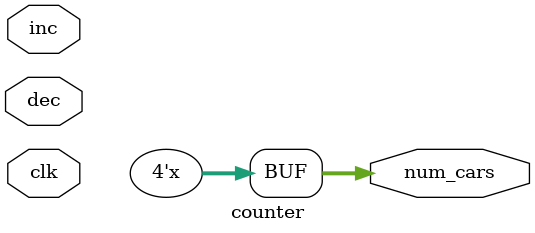
<source format=v>
module counter (
    input wire clk, dec, inc,
    output reg [3:0] num_cars
    );

    always @*
    begin
        if(inc)
            num_cars = num_cars + 1;
        else if(dec && num_cars != 0)
            num_cars = num_cars - 1;
    end
 
endmodule
</source>
